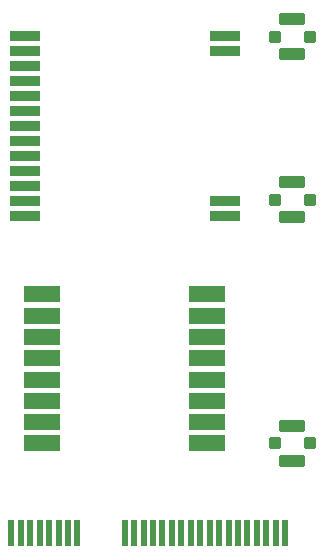
<source format=gbr>
%TF.GenerationSoftware,KiCad,Pcbnew,9.0.3*%
%TF.CreationDate,2025-08-29T17:45:50+02:00*%
%TF.ProjectId,RadioHAT_Card_Dorji,52616469-6f48-4415-945f-436172645f44,rev?*%
%TF.SameCoordinates,Original*%
%TF.FileFunction,Paste,Top*%
%TF.FilePolarity,Positive*%
%FSLAX46Y46*%
G04 Gerber Fmt 4.6, Leading zero omitted, Abs format (unit mm)*
G04 Created by KiCad (PCBNEW 9.0.3) date 2025-08-29 17:45:50*
%MOMM*%
%LPD*%
G01*
G04 APERTURE LIST*
G04 Aperture macros list*
%AMRoundRect*
0 Rectangle with rounded corners*
0 $1 Rounding radius*
0 $2 $3 $4 $5 $6 $7 $8 $9 X,Y pos of 4 corners*
0 Add a 4 corners polygon primitive as box body*
4,1,4,$2,$3,$4,$5,$6,$7,$8,$9,$2,$3,0*
0 Add four circle primitives for the rounded corners*
1,1,$1+$1,$2,$3*
1,1,$1+$1,$4,$5*
1,1,$1+$1,$6,$7*
1,1,$1+$1,$8,$9*
0 Add four rect primitives between the rounded corners*
20,1,$1+$1,$2,$3,$4,$5,0*
20,1,$1+$1,$4,$5,$6,$7,0*
20,1,$1+$1,$6,$7,$8,$9,0*
20,1,$1+$1,$8,$9,$2,$3,0*%
G04 Aperture macros list end*
%ADD10R,0.600000X2.300000*%
%ADD11RoundRect,0.100000X0.400000X-0.400000X0.400000X0.400000X-0.400000X0.400000X-0.400000X-0.400000X0*%
%ADD12RoundRect,0.105000X0.995000X-0.420000X0.995000X0.420000X-0.995000X0.420000X-0.995000X-0.420000X0*%
%ADD13RoundRect,0.070000X1.430000X0.630000X-1.430000X0.630000X-1.430000X-0.630000X1.430000X-0.630000X0*%
%ADD14RoundRect,0.045000X-1.255000X-0.405000X1.255000X-0.405000X1.255000X0.405000X-1.255000X0.405000X0*%
G04 APERTURE END LIST*
D10*
%TO.C,J1*%
X121000000Y-118600000D03*
X121800000Y-118600000D03*
X122600000Y-118600000D03*
X123400000Y-118600000D03*
X124200000Y-118600000D03*
X125000000Y-118600000D03*
X125800000Y-118600000D03*
X126600000Y-118600000D03*
X130600000Y-118600000D03*
X131400000Y-118600000D03*
X132200000Y-118600000D03*
X133000000Y-118600000D03*
X133800000Y-118600000D03*
X134600000Y-118600000D03*
X135400000Y-118600000D03*
X136200000Y-118600000D03*
X137000000Y-118600000D03*
X137800000Y-118600000D03*
X138600000Y-118600000D03*
X139400000Y-118600000D03*
X140200000Y-118600000D03*
X141000000Y-118600000D03*
X141800000Y-118600000D03*
X142600000Y-118600000D03*
X143400000Y-118600000D03*
X144200000Y-118600000D03*
%TD*%
D11*
%TO.C,J4*%
X143300000Y-90387500D03*
D12*
X144800000Y-88912500D03*
D11*
X146300000Y-90387500D03*
D12*
X144800000Y-91862500D03*
%TD*%
D11*
%TO.C,J2*%
X143300000Y-111000000D03*
D12*
X144800000Y-109525000D03*
D11*
X146300000Y-111000000D03*
D12*
X144800000Y-112475000D03*
%TD*%
D13*
%TO.C,U1*%
X137600000Y-111000000D03*
X137600000Y-109200000D03*
X137600000Y-107400000D03*
X137600000Y-105600000D03*
X137600000Y-103800000D03*
X137600000Y-102000000D03*
X137600000Y-100200000D03*
X137600000Y-98400000D03*
X123600000Y-98400000D03*
X123600000Y-100200000D03*
X123600000Y-102000000D03*
X123600000Y-103800000D03*
X123600000Y-105600000D03*
X123600000Y-107400000D03*
X123600000Y-109200000D03*
X123600000Y-111000000D03*
%TD*%
D11*
%TO.C,J3*%
X143300000Y-76587500D03*
D12*
X144800000Y-75112500D03*
D11*
X146300000Y-76587500D03*
D12*
X144800000Y-78062500D03*
%TD*%
D14*
%TO.C,U2*%
X122125000Y-76500000D03*
X122125000Y-77770000D03*
X122125000Y-79040000D03*
X122125000Y-80310000D03*
X122125000Y-81580000D03*
X122125000Y-82850000D03*
X122125000Y-84120000D03*
X122125000Y-85390000D03*
X122125000Y-86660000D03*
X122125000Y-87930000D03*
X122125000Y-89200000D03*
X122125000Y-90470000D03*
X122125000Y-91740000D03*
X139125000Y-91740000D03*
X139125000Y-90470000D03*
X139125000Y-77770000D03*
X139125000Y-76500000D03*
%TD*%
M02*

</source>
